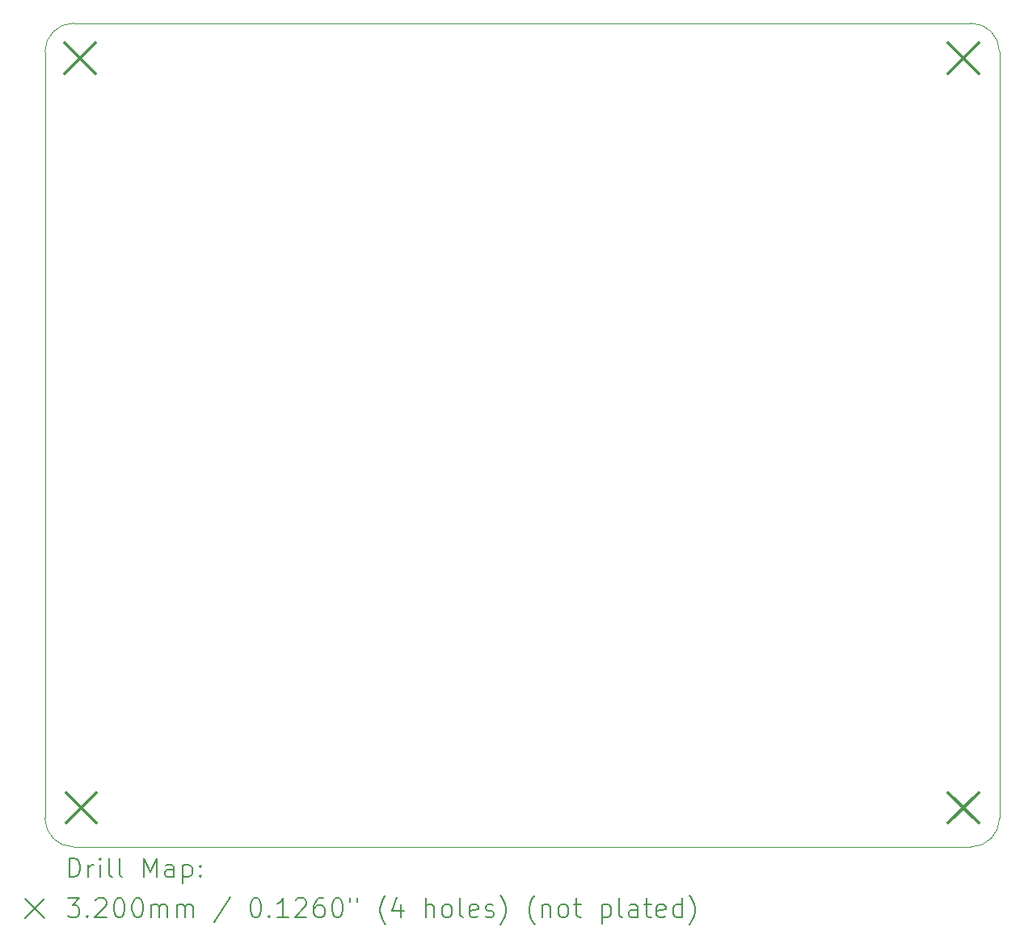
<source format=gbr>
%TF.GenerationSoftware,KiCad,Pcbnew,7.0.6*%
%TF.CreationDate,2024-03-10T14:45:16-07:00*%
%TF.ProjectId,MainBoard,4d61696e-426f-4617-9264-2e6b69636164,0.2*%
%TF.SameCoordinates,Original*%
%TF.FileFunction,Drillmap*%
%TF.FilePolarity,Positive*%
%FSLAX45Y45*%
G04 Gerber Fmt 4.5, Leading zero omitted, Abs format (unit mm)*
G04 Created by KiCad (PCBNEW 7.0.6) date 2024-03-10 14:45:16*
%MOMM*%
%LPD*%
G01*
G04 APERTURE LIST*
%ADD10C,0.100000*%
%ADD11C,0.200000*%
%ADD12C,0.320000*%
G04 APERTURE END LIST*
D10*
X16850000Y-8230000D02*
G75*
G03*
X16550000Y-8530000I0J-300000D01*
G01*
X26550000Y-8530000D02*
X26550000Y-16560000D01*
X26250000Y-16860000D02*
G75*
G03*
X26550000Y-16560000I0J300000D01*
G01*
X16550000Y-16560000D02*
G75*
G03*
X16850000Y-16860000I300000J0D01*
G01*
X26250000Y-16860000D02*
X16850000Y-16860000D01*
X16850000Y-8230000D02*
X26250000Y-8230000D01*
X26550000Y-8530000D02*
G75*
G03*
X26250000Y-8230000I-300000J0D01*
G01*
X16550000Y-16560000D02*
X16550000Y-8530000D01*
D11*
D12*
X16760000Y-8440000D02*
X17080000Y-8760000D01*
X17080000Y-8440000D02*
X16760000Y-8760000D01*
X16770000Y-16290000D02*
X17090000Y-16610000D01*
X17090000Y-16290000D02*
X16770000Y-16610000D01*
X26010000Y-8440000D02*
X26330000Y-8760000D01*
X26330000Y-8440000D02*
X26010000Y-8760000D01*
X26010000Y-16290000D02*
X26330000Y-16610000D01*
X26330000Y-16290000D02*
X26010000Y-16610000D01*
D11*
X16805777Y-17176484D02*
X16805777Y-16976484D01*
X16805777Y-16976484D02*
X16853396Y-16976484D01*
X16853396Y-16976484D02*
X16881967Y-16986008D01*
X16881967Y-16986008D02*
X16901015Y-17005055D01*
X16901015Y-17005055D02*
X16910539Y-17024103D01*
X16910539Y-17024103D02*
X16920063Y-17062198D01*
X16920063Y-17062198D02*
X16920063Y-17090770D01*
X16920063Y-17090770D02*
X16910539Y-17128865D01*
X16910539Y-17128865D02*
X16901015Y-17147912D01*
X16901015Y-17147912D02*
X16881967Y-17166960D01*
X16881967Y-17166960D02*
X16853396Y-17176484D01*
X16853396Y-17176484D02*
X16805777Y-17176484D01*
X17005777Y-17176484D02*
X17005777Y-17043150D01*
X17005777Y-17081246D02*
X17015301Y-17062198D01*
X17015301Y-17062198D02*
X17024824Y-17052674D01*
X17024824Y-17052674D02*
X17043872Y-17043150D01*
X17043872Y-17043150D02*
X17062920Y-17043150D01*
X17129586Y-17176484D02*
X17129586Y-17043150D01*
X17129586Y-16976484D02*
X17120063Y-16986008D01*
X17120063Y-16986008D02*
X17129586Y-16995531D01*
X17129586Y-16995531D02*
X17139110Y-16986008D01*
X17139110Y-16986008D02*
X17129586Y-16976484D01*
X17129586Y-16976484D02*
X17129586Y-16995531D01*
X17253396Y-17176484D02*
X17234348Y-17166960D01*
X17234348Y-17166960D02*
X17224824Y-17147912D01*
X17224824Y-17147912D02*
X17224824Y-16976484D01*
X17358158Y-17176484D02*
X17339110Y-17166960D01*
X17339110Y-17166960D02*
X17329586Y-17147912D01*
X17329586Y-17147912D02*
X17329586Y-16976484D01*
X17586729Y-17176484D02*
X17586729Y-16976484D01*
X17586729Y-16976484D02*
X17653396Y-17119341D01*
X17653396Y-17119341D02*
X17720063Y-16976484D01*
X17720063Y-16976484D02*
X17720063Y-17176484D01*
X17901015Y-17176484D02*
X17901015Y-17071722D01*
X17901015Y-17071722D02*
X17891491Y-17052674D01*
X17891491Y-17052674D02*
X17872444Y-17043150D01*
X17872444Y-17043150D02*
X17834348Y-17043150D01*
X17834348Y-17043150D02*
X17815301Y-17052674D01*
X17901015Y-17166960D02*
X17881967Y-17176484D01*
X17881967Y-17176484D02*
X17834348Y-17176484D01*
X17834348Y-17176484D02*
X17815301Y-17166960D01*
X17815301Y-17166960D02*
X17805777Y-17147912D01*
X17805777Y-17147912D02*
X17805777Y-17128865D01*
X17805777Y-17128865D02*
X17815301Y-17109817D01*
X17815301Y-17109817D02*
X17834348Y-17100293D01*
X17834348Y-17100293D02*
X17881967Y-17100293D01*
X17881967Y-17100293D02*
X17901015Y-17090770D01*
X17996253Y-17043150D02*
X17996253Y-17243150D01*
X17996253Y-17052674D02*
X18015301Y-17043150D01*
X18015301Y-17043150D02*
X18053396Y-17043150D01*
X18053396Y-17043150D02*
X18072444Y-17052674D01*
X18072444Y-17052674D02*
X18081967Y-17062198D01*
X18081967Y-17062198D02*
X18091491Y-17081246D01*
X18091491Y-17081246D02*
X18091491Y-17138389D01*
X18091491Y-17138389D02*
X18081967Y-17157436D01*
X18081967Y-17157436D02*
X18072444Y-17166960D01*
X18072444Y-17166960D02*
X18053396Y-17176484D01*
X18053396Y-17176484D02*
X18015301Y-17176484D01*
X18015301Y-17176484D02*
X17996253Y-17166960D01*
X18177205Y-17157436D02*
X18186729Y-17166960D01*
X18186729Y-17166960D02*
X18177205Y-17176484D01*
X18177205Y-17176484D02*
X18167682Y-17166960D01*
X18167682Y-17166960D02*
X18177205Y-17157436D01*
X18177205Y-17157436D02*
X18177205Y-17176484D01*
X18177205Y-17052674D02*
X18186729Y-17062198D01*
X18186729Y-17062198D02*
X18177205Y-17071722D01*
X18177205Y-17071722D02*
X18167682Y-17062198D01*
X18167682Y-17062198D02*
X18177205Y-17052674D01*
X18177205Y-17052674D02*
X18177205Y-17071722D01*
X16345000Y-17405000D02*
X16545000Y-17605000D01*
X16545000Y-17405000D02*
X16345000Y-17605000D01*
X16786729Y-17396484D02*
X16910539Y-17396484D01*
X16910539Y-17396484D02*
X16843872Y-17472674D01*
X16843872Y-17472674D02*
X16872444Y-17472674D01*
X16872444Y-17472674D02*
X16891491Y-17482198D01*
X16891491Y-17482198D02*
X16901015Y-17491722D01*
X16901015Y-17491722D02*
X16910539Y-17510770D01*
X16910539Y-17510770D02*
X16910539Y-17558389D01*
X16910539Y-17558389D02*
X16901015Y-17577436D01*
X16901015Y-17577436D02*
X16891491Y-17586960D01*
X16891491Y-17586960D02*
X16872444Y-17596484D01*
X16872444Y-17596484D02*
X16815301Y-17596484D01*
X16815301Y-17596484D02*
X16796253Y-17586960D01*
X16796253Y-17586960D02*
X16786729Y-17577436D01*
X16996253Y-17577436D02*
X17005777Y-17586960D01*
X17005777Y-17586960D02*
X16996253Y-17596484D01*
X16996253Y-17596484D02*
X16986729Y-17586960D01*
X16986729Y-17586960D02*
X16996253Y-17577436D01*
X16996253Y-17577436D02*
X16996253Y-17596484D01*
X17081967Y-17415531D02*
X17091491Y-17406008D01*
X17091491Y-17406008D02*
X17110539Y-17396484D01*
X17110539Y-17396484D02*
X17158158Y-17396484D01*
X17158158Y-17396484D02*
X17177205Y-17406008D01*
X17177205Y-17406008D02*
X17186729Y-17415531D01*
X17186729Y-17415531D02*
X17196253Y-17434579D01*
X17196253Y-17434579D02*
X17196253Y-17453627D01*
X17196253Y-17453627D02*
X17186729Y-17482198D01*
X17186729Y-17482198D02*
X17072444Y-17596484D01*
X17072444Y-17596484D02*
X17196253Y-17596484D01*
X17320063Y-17396484D02*
X17339110Y-17396484D01*
X17339110Y-17396484D02*
X17358158Y-17406008D01*
X17358158Y-17406008D02*
X17367682Y-17415531D01*
X17367682Y-17415531D02*
X17377205Y-17434579D01*
X17377205Y-17434579D02*
X17386729Y-17472674D01*
X17386729Y-17472674D02*
X17386729Y-17520293D01*
X17386729Y-17520293D02*
X17377205Y-17558389D01*
X17377205Y-17558389D02*
X17367682Y-17577436D01*
X17367682Y-17577436D02*
X17358158Y-17586960D01*
X17358158Y-17586960D02*
X17339110Y-17596484D01*
X17339110Y-17596484D02*
X17320063Y-17596484D01*
X17320063Y-17596484D02*
X17301015Y-17586960D01*
X17301015Y-17586960D02*
X17291491Y-17577436D01*
X17291491Y-17577436D02*
X17281967Y-17558389D01*
X17281967Y-17558389D02*
X17272444Y-17520293D01*
X17272444Y-17520293D02*
X17272444Y-17472674D01*
X17272444Y-17472674D02*
X17281967Y-17434579D01*
X17281967Y-17434579D02*
X17291491Y-17415531D01*
X17291491Y-17415531D02*
X17301015Y-17406008D01*
X17301015Y-17406008D02*
X17320063Y-17396484D01*
X17510539Y-17396484D02*
X17529586Y-17396484D01*
X17529586Y-17396484D02*
X17548634Y-17406008D01*
X17548634Y-17406008D02*
X17558158Y-17415531D01*
X17558158Y-17415531D02*
X17567682Y-17434579D01*
X17567682Y-17434579D02*
X17577205Y-17472674D01*
X17577205Y-17472674D02*
X17577205Y-17520293D01*
X17577205Y-17520293D02*
X17567682Y-17558389D01*
X17567682Y-17558389D02*
X17558158Y-17577436D01*
X17558158Y-17577436D02*
X17548634Y-17586960D01*
X17548634Y-17586960D02*
X17529586Y-17596484D01*
X17529586Y-17596484D02*
X17510539Y-17596484D01*
X17510539Y-17596484D02*
X17491491Y-17586960D01*
X17491491Y-17586960D02*
X17481967Y-17577436D01*
X17481967Y-17577436D02*
X17472444Y-17558389D01*
X17472444Y-17558389D02*
X17462920Y-17520293D01*
X17462920Y-17520293D02*
X17462920Y-17472674D01*
X17462920Y-17472674D02*
X17472444Y-17434579D01*
X17472444Y-17434579D02*
X17481967Y-17415531D01*
X17481967Y-17415531D02*
X17491491Y-17406008D01*
X17491491Y-17406008D02*
X17510539Y-17396484D01*
X17662920Y-17596484D02*
X17662920Y-17463150D01*
X17662920Y-17482198D02*
X17672444Y-17472674D01*
X17672444Y-17472674D02*
X17691491Y-17463150D01*
X17691491Y-17463150D02*
X17720063Y-17463150D01*
X17720063Y-17463150D02*
X17739110Y-17472674D01*
X17739110Y-17472674D02*
X17748634Y-17491722D01*
X17748634Y-17491722D02*
X17748634Y-17596484D01*
X17748634Y-17491722D02*
X17758158Y-17472674D01*
X17758158Y-17472674D02*
X17777205Y-17463150D01*
X17777205Y-17463150D02*
X17805777Y-17463150D01*
X17805777Y-17463150D02*
X17824825Y-17472674D01*
X17824825Y-17472674D02*
X17834348Y-17491722D01*
X17834348Y-17491722D02*
X17834348Y-17596484D01*
X17929586Y-17596484D02*
X17929586Y-17463150D01*
X17929586Y-17482198D02*
X17939110Y-17472674D01*
X17939110Y-17472674D02*
X17958158Y-17463150D01*
X17958158Y-17463150D02*
X17986729Y-17463150D01*
X17986729Y-17463150D02*
X18005777Y-17472674D01*
X18005777Y-17472674D02*
X18015301Y-17491722D01*
X18015301Y-17491722D02*
X18015301Y-17596484D01*
X18015301Y-17491722D02*
X18024825Y-17472674D01*
X18024825Y-17472674D02*
X18043872Y-17463150D01*
X18043872Y-17463150D02*
X18072444Y-17463150D01*
X18072444Y-17463150D02*
X18091491Y-17472674D01*
X18091491Y-17472674D02*
X18101015Y-17491722D01*
X18101015Y-17491722D02*
X18101015Y-17596484D01*
X18491491Y-17386960D02*
X18320063Y-17644103D01*
X18748634Y-17396484D02*
X18767682Y-17396484D01*
X18767682Y-17396484D02*
X18786729Y-17406008D01*
X18786729Y-17406008D02*
X18796253Y-17415531D01*
X18796253Y-17415531D02*
X18805777Y-17434579D01*
X18805777Y-17434579D02*
X18815301Y-17472674D01*
X18815301Y-17472674D02*
X18815301Y-17520293D01*
X18815301Y-17520293D02*
X18805777Y-17558389D01*
X18805777Y-17558389D02*
X18796253Y-17577436D01*
X18796253Y-17577436D02*
X18786729Y-17586960D01*
X18786729Y-17586960D02*
X18767682Y-17596484D01*
X18767682Y-17596484D02*
X18748634Y-17596484D01*
X18748634Y-17596484D02*
X18729587Y-17586960D01*
X18729587Y-17586960D02*
X18720063Y-17577436D01*
X18720063Y-17577436D02*
X18710539Y-17558389D01*
X18710539Y-17558389D02*
X18701015Y-17520293D01*
X18701015Y-17520293D02*
X18701015Y-17472674D01*
X18701015Y-17472674D02*
X18710539Y-17434579D01*
X18710539Y-17434579D02*
X18720063Y-17415531D01*
X18720063Y-17415531D02*
X18729587Y-17406008D01*
X18729587Y-17406008D02*
X18748634Y-17396484D01*
X18901015Y-17577436D02*
X18910539Y-17586960D01*
X18910539Y-17586960D02*
X18901015Y-17596484D01*
X18901015Y-17596484D02*
X18891491Y-17586960D01*
X18891491Y-17586960D02*
X18901015Y-17577436D01*
X18901015Y-17577436D02*
X18901015Y-17596484D01*
X19101015Y-17596484D02*
X18986729Y-17596484D01*
X19043872Y-17596484D02*
X19043872Y-17396484D01*
X19043872Y-17396484D02*
X19024825Y-17425055D01*
X19024825Y-17425055D02*
X19005777Y-17444103D01*
X19005777Y-17444103D02*
X18986729Y-17453627D01*
X19177206Y-17415531D02*
X19186729Y-17406008D01*
X19186729Y-17406008D02*
X19205777Y-17396484D01*
X19205777Y-17396484D02*
X19253396Y-17396484D01*
X19253396Y-17396484D02*
X19272444Y-17406008D01*
X19272444Y-17406008D02*
X19281968Y-17415531D01*
X19281968Y-17415531D02*
X19291491Y-17434579D01*
X19291491Y-17434579D02*
X19291491Y-17453627D01*
X19291491Y-17453627D02*
X19281968Y-17482198D01*
X19281968Y-17482198D02*
X19167682Y-17596484D01*
X19167682Y-17596484D02*
X19291491Y-17596484D01*
X19462920Y-17396484D02*
X19424825Y-17396484D01*
X19424825Y-17396484D02*
X19405777Y-17406008D01*
X19405777Y-17406008D02*
X19396253Y-17415531D01*
X19396253Y-17415531D02*
X19377206Y-17444103D01*
X19377206Y-17444103D02*
X19367682Y-17482198D01*
X19367682Y-17482198D02*
X19367682Y-17558389D01*
X19367682Y-17558389D02*
X19377206Y-17577436D01*
X19377206Y-17577436D02*
X19386729Y-17586960D01*
X19386729Y-17586960D02*
X19405777Y-17596484D01*
X19405777Y-17596484D02*
X19443872Y-17596484D01*
X19443872Y-17596484D02*
X19462920Y-17586960D01*
X19462920Y-17586960D02*
X19472444Y-17577436D01*
X19472444Y-17577436D02*
X19481968Y-17558389D01*
X19481968Y-17558389D02*
X19481968Y-17510770D01*
X19481968Y-17510770D02*
X19472444Y-17491722D01*
X19472444Y-17491722D02*
X19462920Y-17482198D01*
X19462920Y-17482198D02*
X19443872Y-17472674D01*
X19443872Y-17472674D02*
X19405777Y-17472674D01*
X19405777Y-17472674D02*
X19386729Y-17482198D01*
X19386729Y-17482198D02*
X19377206Y-17491722D01*
X19377206Y-17491722D02*
X19367682Y-17510770D01*
X19605777Y-17396484D02*
X19624825Y-17396484D01*
X19624825Y-17396484D02*
X19643872Y-17406008D01*
X19643872Y-17406008D02*
X19653396Y-17415531D01*
X19653396Y-17415531D02*
X19662920Y-17434579D01*
X19662920Y-17434579D02*
X19672444Y-17472674D01*
X19672444Y-17472674D02*
X19672444Y-17520293D01*
X19672444Y-17520293D02*
X19662920Y-17558389D01*
X19662920Y-17558389D02*
X19653396Y-17577436D01*
X19653396Y-17577436D02*
X19643872Y-17586960D01*
X19643872Y-17586960D02*
X19624825Y-17596484D01*
X19624825Y-17596484D02*
X19605777Y-17596484D01*
X19605777Y-17596484D02*
X19586729Y-17586960D01*
X19586729Y-17586960D02*
X19577206Y-17577436D01*
X19577206Y-17577436D02*
X19567682Y-17558389D01*
X19567682Y-17558389D02*
X19558158Y-17520293D01*
X19558158Y-17520293D02*
X19558158Y-17472674D01*
X19558158Y-17472674D02*
X19567682Y-17434579D01*
X19567682Y-17434579D02*
X19577206Y-17415531D01*
X19577206Y-17415531D02*
X19586729Y-17406008D01*
X19586729Y-17406008D02*
X19605777Y-17396484D01*
X19748634Y-17396484D02*
X19748634Y-17434579D01*
X19824825Y-17396484D02*
X19824825Y-17434579D01*
X20120063Y-17672674D02*
X20110539Y-17663150D01*
X20110539Y-17663150D02*
X20091491Y-17634579D01*
X20091491Y-17634579D02*
X20081968Y-17615531D01*
X20081968Y-17615531D02*
X20072444Y-17586960D01*
X20072444Y-17586960D02*
X20062920Y-17539341D01*
X20062920Y-17539341D02*
X20062920Y-17501246D01*
X20062920Y-17501246D02*
X20072444Y-17453627D01*
X20072444Y-17453627D02*
X20081968Y-17425055D01*
X20081968Y-17425055D02*
X20091491Y-17406008D01*
X20091491Y-17406008D02*
X20110539Y-17377436D01*
X20110539Y-17377436D02*
X20120063Y-17367912D01*
X20281968Y-17463150D02*
X20281968Y-17596484D01*
X20234349Y-17386960D02*
X20186730Y-17529817D01*
X20186730Y-17529817D02*
X20310539Y-17529817D01*
X20539111Y-17596484D02*
X20539111Y-17396484D01*
X20624825Y-17596484D02*
X20624825Y-17491722D01*
X20624825Y-17491722D02*
X20615301Y-17472674D01*
X20615301Y-17472674D02*
X20596253Y-17463150D01*
X20596253Y-17463150D02*
X20567682Y-17463150D01*
X20567682Y-17463150D02*
X20548634Y-17472674D01*
X20548634Y-17472674D02*
X20539111Y-17482198D01*
X20748634Y-17596484D02*
X20729587Y-17586960D01*
X20729587Y-17586960D02*
X20720063Y-17577436D01*
X20720063Y-17577436D02*
X20710539Y-17558389D01*
X20710539Y-17558389D02*
X20710539Y-17501246D01*
X20710539Y-17501246D02*
X20720063Y-17482198D01*
X20720063Y-17482198D02*
X20729587Y-17472674D01*
X20729587Y-17472674D02*
X20748634Y-17463150D01*
X20748634Y-17463150D02*
X20777206Y-17463150D01*
X20777206Y-17463150D02*
X20796253Y-17472674D01*
X20796253Y-17472674D02*
X20805777Y-17482198D01*
X20805777Y-17482198D02*
X20815301Y-17501246D01*
X20815301Y-17501246D02*
X20815301Y-17558389D01*
X20815301Y-17558389D02*
X20805777Y-17577436D01*
X20805777Y-17577436D02*
X20796253Y-17586960D01*
X20796253Y-17586960D02*
X20777206Y-17596484D01*
X20777206Y-17596484D02*
X20748634Y-17596484D01*
X20929587Y-17596484D02*
X20910539Y-17586960D01*
X20910539Y-17586960D02*
X20901015Y-17567912D01*
X20901015Y-17567912D02*
X20901015Y-17396484D01*
X21081968Y-17586960D02*
X21062920Y-17596484D01*
X21062920Y-17596484D02*
X21024825Y-17596484D01*
X21024825Y-17596484D02*
X21005777Y-17586960D01*
X21005777Y-17586960D02*
X20996253Y-17567912D01*
X20996253Y-17567912D02*
X20996253Y-17491722D01*
X20996253Y-17491722D02*
X21005777Y-17472674D01*
X21005777Y-17472674D02*
X21024825Y-17463150D01*
X21024825Y-17463150D02*
X21062920Y-17463150D01*
X21062920Y-17463150D02*
X21081968Y-17472674D01*
X21081968Y-17472674D02*
X21091492Y-17491722D01*
X21091492Y-17491722D02*
X21091492Y-17510770D01*
X21091492Y-17510770D02*
X20996253Y-17529817D01*
X21167682Y-17586960D02*
X21186730Y-17596484D01*
X21186730Y-17596484D02*
X21224825Y-17596484D01*
X21224825Y-17596484D02*
X21243873Y-17586960D01*
X21243873Y-17586960D02*
X21253396Y-17567912D01*
X21253396Y-17567912D02*
X21253396Y-17558389D01*
X21253396Y-17558389D02*
X21243873Y-17539341D01*
X21243873Y-17539341D02*
X21224825Y-17529817D01*
X21224825Y-17529817D02*
X21196253Y-17529817D01*
X21196253Y-17529817D02*
X21177206Y-17520293D01*
X21177206Y-17520293D02*
X21167682Y-17501246D01*
X21167682Y-17501246D02*
X21167682Y-17491722D01*
X21167682Y-17491722D02*
X21177206Y-17472674D01*
X21177206Y-17472674D02*
X21196253Y-17463150D01*
X21196253Y-17463150D02*
X21224825Y-17463150D01*
X21224825Y-17463150D02*
X21243873Y-17472674D01*
X21320063Y-17672674D02*
X21329587Y-17663150D01*
X21329587Y-17663150D02*
X21348634Y-17634579D01*
X21348634Y-17634579D02*
X21358158Y-17615531D01*
X21358158Y-17615531D02*
X21367682Y-17586960D01*
X21367682Y-17586960D02*
X21377206Y-17539341D01*
X21377206Y-17539341D02*
X21377206Y-17501246D01*
X21377206Y-17501246D02*
X21367682Y-17453627D01*
X21367682Y-17453627D02*
X21358158Y-17425055D01*
X21358158Y-17425055D02*
X21348634Y-17406008D01*
X21348634Y-17406008D02*
X21329587Y-17377436D01*
X21329587Y-17377436D02*
X21320063Y-17367912D01*
X21681968Y-17672674D02*
X21672444Y-17663150D01*
X21672444Y-17663150D02*
X21653396Y-17634579D01*
X21653396Y-17634579D02*
X21643873Y-17615531D01*
X21643873Y-17615531D02*
X21634349Y-17586960D01*
X21634349Y-17586960D02*
X21624825Y-17539341D01*
X21624825Y-17539341D02*
X21624825Y-17501246D01*
X21624825Y-17501246D02*
X21634349Y-17453627D01*
X21634349Y-17453627D02*
X21643873Y-17425055D01*
X21643873Y-17425055D02*
X21653396Y-17406008D01*
X21653396Y-17406008D02*
X21672444Y-17377436D01*
X21672444Y-17377436D02*
X21681968Y-17367912D01*
X21758158Y-17463150D02*
X21758158Y-17596484D01*
X21758158Y-17482198D02*
X21767682Y-17472674D01*
X21767682Y-17472674D02*
X21786730Y-17463150D01*
X21786730Y-17463150D02*
X21815301Y-17463150D01*
X21815301Y-17463150D02*
X21834349Y-17472674D01*
X21834349Y-17472674D02*
X21843873Y-17491722D01*
X21843873Y-17491722D02*
X21843873Y-17596484D01*
X21967682Y-17596484D02*
X21948634Y-17586960D01*
X21948634Y-17586960D02*
X21939111Y-17577436D01*
X21939111Y-17577436D02*
X21929587Y-17558389D01*
X21929587Y-17558389D02*
X21929587Y-17501246D01*
X21929587Y-17501246D02*
X21939111Y-17482198D01*
X21939111Y-17482198D02*
X21948634Y-17472674D01*
X21948634Y-17472674D02*
X21967682Y-17463150D01*
X21967682Y-17463150D02*
X21996254Y-17463150D01*
X21996254Y-17463150D02*
X22015301Y-17472674D01*
X22015301Y-17472674D02*
X22024825Y-17482198D01*
X22024825Y-17482198D02*
X22034349Y-17501246D01*
X22034349Y-17501246D02*
X22034349Y-17558389D01*
X22034349Y-17558389D02*
X22024825Y-17577436D01*
X22024825Y-17577436D02*
X22015301Y-17586960D01*
X22015301Y-17586960D02*
X21996254Y-17596484D01*
X21996254Y-17596484D02*
X21967682Y-17596484D01*
X22091492Y-17463150D02*
X22167682Y-17463150D01*
X22120063Y-17396484D02*
X22120063Y-17567912D01*
X22120063Y-17567912D02*
X22129587Y-17586960D01*
X22129587Y-17586960D02*
X22148634Y-17596484D01*
X22148634Y-17596484D02*
X22167682Y-17596484D01*
X22386730Y-17463150D02*
X22386730Y-17663150D01*
X22386730Y-17472674D02*
X22405777Y-17463150D01*
X22405777Y-17463150D02*
X22443873Y-17463150D01*
X22443873Y-17463150D02*
X22462920Y-17472674D01*
X22462920Y-17472674D02*
X22472444Y-17482198D01*
X22472444Y-17482198D02*
X22481968Y-17501246D01*
X22481968Y-17501246D02*
X22481968Y-17558389D01*
X22481968Y-17558389D02*
X22472444Y-17577436D01*
X22472444Y-17577436D02*
X22462920Y-17586960D01*
X22462920Y-17586960D02*
X22443873Y-17596484D01*
X22443873Y-17596484D02*
X22405777Y-17596484D01*
X22405777Y-17596484D02*
X22386730Y-17586960D01*
X22596253Y-17596484D02*
X22577206Y-17586960D01*
X22577206Y-17586960D02*
X22567682Y-17567912D01*
X22567682Y-17567912D02*
X22567682Y-17396484D01*
X22758158Y-17596484D02*
X22758158Y-17491722D01*
X22758158Y-17491722D02*
X22748634Y-17472674D01*
X22748634Y-17472674D02*
X22729587Y-17463150D01*
X22729587Y-17463150D02*
X22691492Y-17463150D01*
X22691492Y-17463150D02*
X22672444Y-17472674D01*
X22758158Y-17586960D02*
X22739111Y-17596484D01*
X22739111Y-17596484D02*
X22691492Y-17596484D01*
X22691492Y-17596484D02*
X22672444Y-17586960D01*
X22672444Y-17586960D02*
X22662920Y-17567912D01*
X22662920Y-17567912D02*
X22662920Y-17548865D01*
X22662920Y-17548865D02*
X22672444Y-17529817D01*
X22672444Y-17529817D02*
X22691492Y-17520293D01*
X22691492Y-17520293D02*
X22739111Y-17520293D01*
X22739111Y-17520293D02*
X22758158Y-17510770D01*
X22824825Y-17463150D02*
X22901015Y-17463150D01*
X22853396Y-17396484D02*
X22853396Y-17567912D01*
X22853396Y-17567912D02*
X22862920Y-17586960D01*
X22862920Y-17586960D02*
X22881968Y-17596484D01*
X22881968Y-17596484D02*
X22901015Y-17596484D01*
X23043873Y-17586960D02*
X23024825Y-17596484D01*
X23024825Y-17596484D02*
X22986730Y-17596484D01*
X22986730Y-17596484D02*
X22967682Y-17586960D01*
X22967682Y-17586960D02*
X22958158Y-17567912D01*
X22958158Y-17567912D02*
X22958158Y-17491722D01*
X22958158Y-17491722D02*
X22967682Y-17472674D01*
X22967682Y-17472674D02*
X22986730Y-17463150D01*
X22986730Y-17463150D02*
X23024825Y-17463150D01*
X23024825Y-17463150D02*
X23043873Y-17472674D01*
X23043873Y-17472674D02*
X23053396Y-17491722D01*
X23053396Y-17491722D02*
X23053396Y-17510770D01*
X23053396Y-17510770D02*
X22958158Y-17529817D01*
X23224825Y-17596484D02*
X23224825Y-17396484D01*
X23224825Y-17586960D02*
X23205777Y-17596484D01*
X23205777Y-17596484D02*
X23167682Y-17596484D01*
X23167682Y-17596484D02*
X23148634Y-17586960D01*
X23148634Y-17586960D02*
X23139111Y-17577436D01*
X23139111Y-17577436D02*
X23129587Y-17558389D01*
X23129587Y-17558389D02*
X23129587Y-17501246D01*
X23129587Y-17501246D02*
X23139111Y-17482198D01*
X23139111Y-17482198D02*
X23148634Y-17472674D01*
X23148634Y-17472674D02*
X23167682Y-17463150D01*
X23167682Y-17463150D02*
X23205777Y-17463150D01*
X23205777Y-17463150D02*
X23224825Y-17472674D01*
X23301015Y-17672674D02*
X23310539Y-17663150D01*
X23310539Y-17663150D02*
X23329587Y-17634579D01*
X23329587Y-17634579D02*
X23339111Y-17615531D01*
X23339111Y-17615531D02*
X23348634Y-17586960D01*
X23348634Y-17586960D02*
X23358158Y-17539341D01*
X23358158Y-17539341D02*
X23358158Y-17501246D01*
X23358158Y-17501246D02*
X23348634Y-17453627D01*
X23348634Y-17453627D02*
X23339111Y-17425055D01*
X23339111Y-17425055D02*
X23329587Y-17406008D01*
X23329587Y-17406008D02*
X23310539Y-17377436D01*
X23310539Y-17377436D02*
X23301015Y-17367912D01*
M02*

</source>
